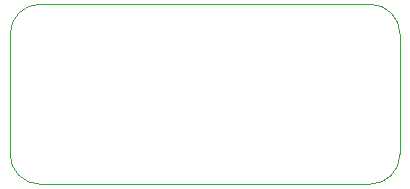
<source format=gm1>
G04 #@! TF.GenerationSoftware,KiCad,Pcbnew,(5.1.4-6-g300381ba4)-1*
G04 #@! TF.CreationDate,2019-11-22T10:46:46+00:00*
G04 #@! TF.ProjectId,qfn-24-breakout,71666e2d-3234-42d6-9272-65616b6f7574,rev?*
G04 #@! TF.SameCoordinates,Original*
G04 #@! TF.FileFunction,Profile,NP*
%FSLAX46Y46*%
G04 Gerber Fmt 4.6, Leading zero omitted, Abs format (unit mm)*
G04 Created by KiCad (PCBNEW (5.1.4-6-g300381ba4)-1) date 2019-11-22 10:46:46*
%MOMM*%
%LPD*%
G04 APERTURE LIST*
%ADD10C,0.050000*%
G04 APERTURE END LIST*
D10*
X177800000Y-81280000D02*
X205740000Y-81280000D01*
X175260000Y-68580000D02*
X175260000Y-78740000D01*
X205740000Y-66040000D02*
X177800000Y-66040000D01*
X208280000Y-78740000D02*
X208280000Y-68580000D01*
X208280000Y-78740000D02*
G75*
G02X205740000Y-81280000I-2540000J0D01*
G01*
X177800000Y-81280000D02*
G75*
G02X175260000Y-78740000I0J2540000D01*
G01*
X175260000Y-68580000D02*
G75*
G02X177800000Y-66040000I2540000J0D01*
G01*
X205740000Y-66040000D02*
G75*
G02X208280000Y-68580000I0J-2540000D01*
G01*
M02*

</source>
